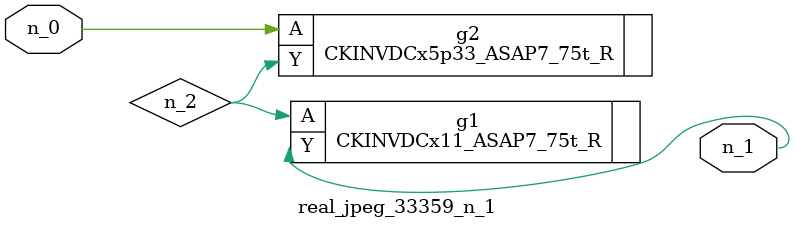
<source format=v>
module real_jpeg_33359_n_1 (n_0, n_1);

input n_0;

output n_1;

wire n_2;

CKINVDCx5p33_ASAP7_75t_R g2 ( 
.A(n_0),
.Y(n_2)
);

CKINVDCx11_ASAP7_75t_R g1 ( 
.A(n_2),
.Y(n_1)
);


endmodule
</source>
